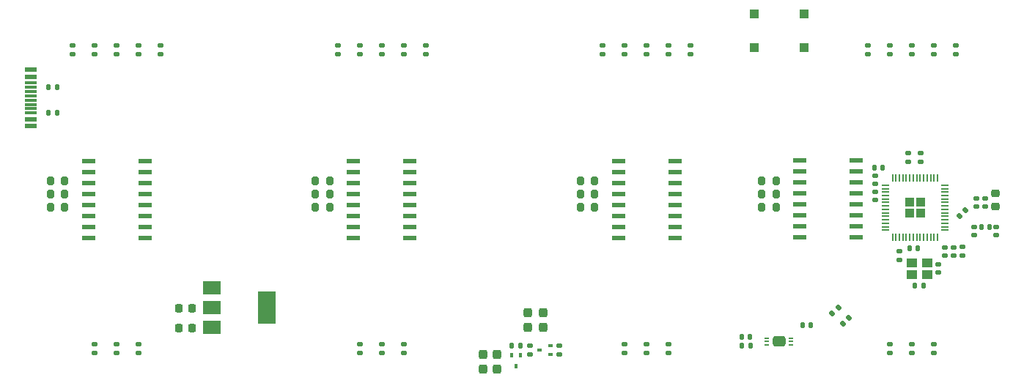
<source format=gbr>
%TF.GenerationSoftware,KiCad,Pcbnew,(6.0.9)*%
%TF.CreationDate,2022-12-19T16:18:23-05:00*%
%TF.ProjectId,Digital Clock PCB,44696769-7461-46c2-9043-6c6f636b2050,rev?*%
%TF.SameCoordinates,Original*%
%TF.FileFunction,Paste,Top*%
%TF.FilePolarity,Positive*%
%FSLAX46Y46*%
G04 Gerber Fmt 4.6, Leading zero omitted, Abs format (unit mm)*
G04 Created by KiCad (PCBNEW (6.0.9)) date 2022-12-19 16:18:23*
%MOMM*%
%LPD*%
G01*
G04 APERTURE LIST*
G04 Aperture macros list*
%AMRoundRect*
0 Rectangle with rounded corners*
0 $1 Rounding radius*
0 $2 $3 $4 $5 $6 $7 $8 $9 X,Y pos of 4 corners*
0 Add a 4 corners polygon primitive as box body*
4,1,4,$2,$3,$4,$5,$6,$7,$8,$9,$2,$3,0*
0 Add four circle primitives for the rounded corners*
1,1,$1+$1,$2,$3*
1,1,$1+$1,$4,$5*
1,1,$1+$1,$6,$7*
1,1,$1+$1,$8,$9*
0 Add four rect primitives between the rounded corners*
20,1,$1+$1,$2,$3,$4,$5,0*
20,1,$1+$1,$4,$5,$6,$7,0*
20,1,$1+$1,$6,$7,$8,$9,0*
20,1,$1+$1,$8,$9,$2,$3,0*%
G04 Aperture macros list end*
%ADD10RoundRect,0.237500X0.237500X-0.300000X0.237500X0.300000X-0.237500X0.300000X-0.237500X-0.300000X0*%
%ADD11RoundRect,0.135000X0.185000X-0.135000X0.185000X0.135000X-0.185000X0.135000X-0.185000X-0.135000X0*%
%ADD12RoundRect,0.137500X-0.662500X-0.137500X0.662500X-0.137500X0.662500X0.137500X-0.662500X0.137500X0*%
%ADD13RoundRect,0.140000X0.140000X0.170000X-0.140000X0.170000X-0.140000X-0.170000X0.140000X-0.170000X0*%
%ADD14RoundRect,0.135000X-0.185000X0.135000X-0.185000X-0.135000X0.185000X-0.135000X0.185000X0.135000X0*%
%ADD15R,0.400000X0.510000*%
%ADD16RoundRect,0.200000X-0.200000X-0.275000X0.200000X-0.275000X0.200000X0.275000X-0.200000X0.275000X0*%
%ADD17RoundRect,0.225000X0.225000X0.250000X-0.225000X0.250000X-0.225000X-0.250000X0.225000X-0.250000X0*%
%ADD18R,0.510000X0.400000*%
%ADD19RoundRect,0.140000X0.170000X-0.140000X0.170000X0.140000X-0.170000X0.140000X-0.170000X-0.140000X0*%
%ADD20RoundRect,0.140000X-0.170000X0.140000X-0.170000X-0.140000X0.170000X-0.140000X0.170000X0.140000X0*%
%ADD21RoundRect,0.147500X0.147500X0.172500X-0.147500X0.172500X-0.147500X-0.172500X0.147500X-0.172500X0*%
%ADD22RoundRect,0.220000X0.330000X0.330000X-0.330000X0.330000X-0.330000X-0.330000X0.330000X-0.330000X0*%
%ADD23RoundRect,0.147500X0.017678X-0.226274X0.226274X-0.017678X-0.017678X0.226274X-0.226274X0.017678X0*%
%ADD24RoundRect,0.135000X-0.135000X-0.185000X0.135000X-0.185000X0.135000X0.185000X-0.135000X0.185000X0*%
%ADD25RoundRect,0.140000X-0.140000X-0.170000X0.140000X-0.170000X0.140000X0.170000X-0.140000X0.170000X0*%
%ADD26RoundRect,0.135000X0.035355X-0.226274X0.226274X-0.035355X-0.035355X0.226274X-0.226274X0.035355X0*%
%ADD27R,2.000000X1.500000*%
%ADD28R,2.000000X3.800000*%
%ADD29RoundRect,0.055000X-0.195000X0.055000X-0.195000X-0.055000X0.195000X-0.055000X0.195000X0.055000X0*%
%ADD30RoundRect,0.055000X0.195000X-0.055000X0.195000X0.055000X-0.195000X0.055000X-0.195000X-0.055000X0*%
%ADD31RoundRect,0.300000X-0.450000X0.300000X-0.450000X-0.300000X0.450000X-0.300000X0.450000X0.300000X0*%
%ADD32RoundRect,0.135000X0.135000X0.185000X-0.135000X0.185000X-0.135000X-0.185000X0.135000X-0.185000X0*%
%ADD33RoundRect,0.250000X0.292217X0.292217X-0.292217X0.292217X-0.292217X-0.292217X0.292217X-0.292217X0*%
%ADD34RoundRect,0.050000X0.387500X0.050000X-0.387500X0.050000X-0.387500X-0.050000X0.387500X-0.050000X0*%
%ADD35RoundRect,0.050000X0.050000X0.387500X-0.050000X0.387500X-0.050000X-0.387500X0.050000X-0.387500X0*%
%ADD36R,1.450000X0.600000*%
%ADD37R,1.450000X0.300000*%
%ADD38RoundRect,0.225000X-0.250000X0.225000X-0.250000X-0.225000X0.250000X-0.225000X0.250000X0.225000X0*%
%ADD39R,1.150000X1.000000*%
G04 APERTURE END LIST*
D10*
%TO.C,C21*%
X80365600Y-57758500D03*
X80365600Y-56033500D03*
%TD*%
D11*
%TO.C,R13*%
X63627000Y-21338000D03*
X63627000Y-20318000D03*
%TD*%
%TO.C,R9*%
X89204800Y-56034400D03*
X89204800Y-55014400D03*
%TD*%
D12*
%TO.C,U7*%
X117019000Y-33629600D03*
X117019000Y-34899600D03*
X117019000Y-36169600D03*
X117019000Y-37439600D03*
X117019000Y-38709600D03*
X117019000Y-39979600D03*
X117019000Y-41249600D03*
X117019000Y-42519600D03*
X123519000Y-42519600D03*
X123519000Y-41249600D03*
X123519000Y-39979600D03*
X123519000Y-38709600D03*
X123519000Y-37439600D03*
X123519000Y-36169600D03*
X123519000Y-34899600D03*
X123519000Y-33629600D03*
%TD*%
D11*
%TO.C,R36*%
X135788400Y-44655200D03*
X135788400Y-43635200D03*
%TD*%
D13*
%TO.C,C6*%
X130629600Y-43738800D03*
X129669600Y-43738800D03*
%TD*%
D14*
%TO.C,R30*%
X127381000Y-54862000D03*
X127381000Y-55882000D03*
%TD*%
D15*
%TO.C,Q1*%
X84701000Y-56124000D03*
X83701000Y-56124000D03*
X84201000Y-57414000D03*
%TD*%
D16*
%TO.C,R47*%
X61024000Y-38989000D03*
X62674000Y-38989000D03*
%TD*%
D12*
%TO.C,U1*%
X34850000Y-33655000D03*
X34850000Y-34925000D03*
X34850000Y-36195000D03*
X34850000Y-37465000D03*
X34850000Y-38735000D03*
X34850000Y-40005000D03*
X34850000Y-41275000D03*
X34850000Y-42545000D03*
X41350000Y-42545000D03*
X41350000Y-41275000D03*
X41350000Y-40005000D03*
X41350000Y-38735000D03*
X41350000Y-37465000D03*
X41350000Y-36195000D03*
X41350000Y-34925000D03*
X41350000Y-33655000D03*
%TD*%
D11*
%TO.C,R21*%
X94234000Y-21338000D03*
X94234000Y-20318000D03*
%TD*%
D17*
%TO.C,C18*%
X46799800Y-52959000D03*
X45249800Y-52959000D03*
%TD*%
D12*
%TO.C,U2*%
X65431600Y-33655000D03*
X65431600Y-34925000D03*
X65431600Y-36195000D03*
X65431600Y-37465000D03*
X65431600Y-38735000D03*
X65431600Y-40005000D03*
X65431600Y-41275000D03*
X65431600Y-42545000D03*
X71931600Y-42545000D03*
X71931600Y-41275000D03*
X71931600Y-40005000D03*
X71931600Y-38735000D03*
X71931600Y-37465000D03*
X71931600Y-36195000D03*
X71931600Y-34925000D03*
X71931600Y-33655000D03*
%TD*%
D18*
%TO.C,Q2*%
X88173400Y-56024400D03*
X88173400Y-55024400D03*
X86883400Y-55524400D03*
%TD*%
D14*
%TO.C,R31*%
X129921000Y-54862000D03*
X129921000Y-55882000D03*
%TD*%
D13*
%TO.C,C17*%
X111246800Y-54051200D03*
X110286800Y-54051200D03*
%TD*%
D19*
%TO.C,C12*%
X128473200Y-45105200D03*
X128473200Y-44145200D03*
%TD*%
D11*
%TO.C,R10*%
X85852000Y-56034400D03*
X85852000Y-55014400D03*
%TD*%
%TO.C,R25*%
X101854000Y-21338000D03*
X101854000Y-20318000D03*
%TD*%
D20*
%TO.C,C5*%
X137414000Y-38026400D03*
X137414000Y-38986400D03*
%TD*%
D21*
%TO.C,L1*%
X138915000Y-41275000D03*
X137945000Y-41275000D03*
%TD*%
D16*
%TO.C,R53*%
X91631000Y-38989000D03*
X93281000Y-38989000D03*
%TD*%
D22*
%TO.C,SW1*%
X117454800Y-20593600D03*
X111754800Y-20593600D03*
X117454800Y-16693600D03*
X111754800Y-16693600D03*
%TD*%
D16*
%TO.C,R44*%
X30417000Y-38989000D03*
X32067000Y-38989000D03*
%TD*%
D14*
%TO.C,R14*%
X66167000Y-54862000D03*
X66167000Y-55882000D03*
%TD*%
D11*
%TO.C,R28*%
X127381000Y-21338000D03*
X127381000Y-20318000D03*
%TD*%
%TO.C,R2*%
X33020000Y-21338000D03*
X33020000Y-20318000D03*
%TD*%
%TO.C,R26*%
X104394000Y-21338000D03*
X104394000Y-20318000D03*
%TD*%
D16*
%TO.C,R45*%
X61024000Y-35941000D03*
X62674000Y-35941000D03*
%TD*%
D11*
%TO.C,R12*%
X66167000Y-21338000D03*
X66167000Y-20318000D03*
%TD*%
%TO.C,R6*%
X40640000Y-21338000D03*
X40640000Y-20318000D03*
%TD*%
D14*
%TO.C,R16*%
X71247000Y-54862000D03*
X71247000Y-55882000D03*
%TD*%
D20*
%TO.C,C4*%
X137160000Y-41275000D03*
X137160000Y-42235000D03*
%TD*%
D11*
%TO.C,R17*%
X71247000Y-21338000D03*
X71247000Y-20318000D03*
%TD*%
D23*
%TO.C,L2*%
X135420053Y-40068547D03*
X136105947Y-39382653D03*
%TD*%
D16*
%TO.C,R46*%
X61024000Y-37465000D03*
X62674000Y-37465000D03*
%TD*%
D11*
%TO.C,R37*%
X129489200Y-33782000D03*
X129489200Y-32762000D03*
%TD*%
D19*
%TO.C,C15*%
X125679200Y-36344800D03*
X125679200Y-35384800D03*
%TD*%
%TO.C,C11*%
X130911600Y-33754000D03*
X130911600Y-32794000D03*
%TD*%
D14*
%TO.C,R32*%
X132461000Y-54862000D03*
X132461000Y-55882000D03*
%TD*%
D16*
%TO.C,R50*%
X112586000Y-38989000D03*
X114236000Y-38989000D03*
%TD*%
D11*
%TO.C,R27*%
X99314000Y-21338000D03*
X99314000Y-20318000D03*
%TD*%
D14*
%TO.C,R24*%
X101854000Y-54862000D03*
X101854000Y-55882000D03*
%TD*%
%TO.C,R15*%
X68707000Y-54862000D03*
X68707000Y-55882000D03*
%TD*%
D24*
%TO.C,R54*%
X110284800Y-55067200D03*
X111304800Y-55067200D03*
%TD*%
D14*
%TO.C,R4*%
X38100000Y-54862000D03*
X38100000Y-55882000D03*
%TD*%
D24*
%TO.C,R40*%
X30224000Y-25146000D03*
X31244000Y-25146000D03*
%TD*%
D12*
%TO.C,U6*%
X96064000Y-33655000D03*
X96064000Y-34925000D03*
X96064000Y-36195000D03*
X96064000Y-37465000D03*
X96064000Y-38735000D03*
X96064000Y-40005000D03*
X96064000Y-41275000D03*
X96064000Y-42545000D03*
X102564000Y-42545000D03*
X102564000Y-41275000D03*
X102564000Y-40005000D03*
X102564000Y-38735000D03*
X102564000Y-37465000D03*
X102564000Y-36195000D03*
X102564000Y-34925000D03*
X102564000Y-33655000D03*
%TD*%
D11*
%TO.C,R8*%
X38100000Y-21338000D03*
X38100000Y-20318000D03*
%TD*%
D14*
%TO.C,R3*%
X35560000Y-54862000D03*
X35560000Y-55882000D03*
%TD*%
D10*
%TO.C,C20*%
X87376000Y-52932500D03*
X87376000Y-51207500D03*
%TD*%
D11*
%TO.C,R1*%
X35560000Y-21338000D03*
X35560000Y-20318000D03*
%TD*%
D20*
%TO.C,C1*%
X139700000Y-41275000D03*
X139700000Y-42235000D03*
%TD*%
D25*
%TO.C,C10*%
X130304600Y-48082200D03*
X131264600Y-48082200D03*
%TD*%
D11*
%TO.C,R20*%
X96774000Y-21338000D03*
X96774000Y-20318000D03*
%TD*%
D13*
%TO.C,C13*%
X126565600Y-34493200D03*
X125605600Y-34493200D03*
%TD*%
D26*
%TO.C,R38*%
X121965776Y-52532224D03*
X122687024Y-51810976D03*
%TD*%
D10*
%TO.C,C23*%
X82042000Y-57758500D03*
X82042000Y-56033500D03*
%TD*%
D16*
%TO.C,R42*%
X30417000Y-35941000D03*
X32067000Y-35941000D03*
%TD*%
D14*
%TO.C,R22*%
X96774000Y-54862000D03*
X96774000Y-55882000D03*
%TD*%
D27*
%TO.C,U10*%
X49097800Y-48347600D03*
D28*
X55397800Y-50647600D03*
D27*
X49097800Y-50647600D03*
X49097800Y-52947600D03*
%TD*%
D16*
%TO.C,R48*%
X112586000Y-35941000D03*
X114236000Y-35941000D03*
%TD*%
D29*
%TO.C,PD1*%
X113204800Y-54159200D03*
X113204800Y-54559200D03*
X113204800Y-54959200D03*
D30*
X116004800Y-54959200D03*
X116004800Y-54559200D03*
X116004800Y-54159200D03*
D31*
X114604800Y-54559200D03*
%TD*%
D19*
%TO.C,C8*%
X133756400Y-44625200D03*
X133756400Y-43665200D03*
%TD*%
D20*
%TO.C,C9*%
X133019800Y-45646400D03*
X133019800Y-46606400D03*
%TD*%
D16*
%TO.C,R43*%
X30417000Y-37465000D03*
X32067000Y-37465000D03*
%TD*%
D11*
%TO.C,R7*%
X43180000Y-21338000D03*
X43180000Y-20318000D03*
%TD*%
D32*
%TO.C,R11*%
X84711000Y-54991000D03*
X83691000Y-54991000D03*
%TD*%
D10*
%TO.C,C22*%
X85598000Y-52932500D03*
X85598000Y-51207500D03*
%TD*%
D14*
%TO.C,R5*%
X40640000Y-54862000D03*
X40640000Y-55882000D03*
%TD*%
D11*
%TO.C,R19*%
X68707000Y-21338000D03*
X68707000Y-20318000D03*
%TD*%
D26*
%TO.C,R39*%
X120746576Y-51313024D03*
X121467824Y-50591776D03*
%TD*%
D20*
%TO.C,C14*%
X125679200Y-37213600D03*
X125679200Y-38173600D03*
%TD*%
D16*
%TO.C,R52*%
X91631000Y-37465000D03*
X93281000Y-37465000D03*
%TD*%
D33*
%TO.C,U5*%
X130931000Y-38437500D03*
X129656000Y-39712500D03*
X130931000Y-39712500D03*
X129656000Y-38437500D03*
D34*
X133731000Y-41675000D03*
X133731000Y-41275000D03*
X133731000Y-40875000D03*
X133731000Y-40475000D03*
X133731000Y-40075000D03*
X133731000Y-39675000D03*
X133731000Y-39275000D03*
X133731000Y-38875000D03*
X133731000Y-38475000D03*
X133731000Y-38075000D03*
X133731000Y-37675000D03*
X133731000Y-37275000D03*
X133731000Y-36875000D03*
X133731000Y-36475000D03*
D35*
X132893500Y-35637500D03*
X132493500Y-35637500D03*
X132093500Y-35637500D03*
X131693500Y-35637500D03*
X131293500Y-35637500D03*
X130893500Y-35637500D03*
X130493500Y-35637500D03*
X130093500Y-35637500D03*
X129693500Y-35637500D03*
X129293500Y-35637500D03*
X128893500Y-35637500D03*
X128493500Y-35637500D03*
X128093500Y-35637500D03*
X127693500Y-35637500D03*
D34*
X126856000Y-36475000D03*
X126856000Y-36875000D03*
X126856000Y-37275000D03*
X126856000Y-37675000D03*
X126856000Y-38075000D03*
X126856000Y-38475000D03*
X126856000Y-38875000D03*
X126856000Y-39275000D03*
X126856000Y-39675000D03*
X126856000Y-40075000D03*
X126856000Y-40475000D03*
X126856000Y-40875000D03*
X126856000Y-41275000D03*
X126856000Y-41675000D03*
D35*
X127693500Y-42512500D03*
X128093500Y-42512500D03*
X128493500Y-42512500D03*
X128893500Y-42512500D03*
X129293500Y-42512500D03*
X129693500Y-42512500D03*
X130093500Y-42512500D03*
X130493500Y-42512500D03*
X130893500Y-42512500D03*
X131293500Y-42512500D03*
X131693500Y-42512500D03*
X132093500Y-42512500D03*
X132493500Y-42512500D03*
X132893500Y-42512500D03*
%TD*%
D36*
%TO.C,J1*%
X28149600Y-23140600D03*
X28149600Y-23940600D03*
D37*
X28149600Y-25140600D03*
X28149600Y-26140600D03*
X28149600Y-26640600D03*
X28149600Y-27640600D03*
D36*
X28149600Y-28840600D03*
X28149600Y-29640600D03*
X28149600Y-29640600D03*
X28149600Y-28840600D03*
D37*
X28149600Y-28140600D03*
X28149600Y-27140600D03*
X28149600Y-25640600D03*
X28149600Y-24640600D03*
D36*
X28149600Y-23940600D03*
X28149600Y-23140600D03*
%TD*%
D11*
%TO.C,R35*%
X129921000Y-21338000D03*
X129921000Y-20318000D03*
%TD*%
D14*
%TO.C,R23*%
X99314000Y-54862000D03*
X99314000Y-55882000D03*
%TD*%
D24*
%TO.C,R41*%
X30224000Y-28143200D03*
X31244000Y-28143200D03*
%TD*%
D20*
%TO.C,C3*%
X138379200Y-38026400D03*
X138379200Y-38986400D03*
%TD*%
D16*
%TO.C,R49*%
X112586000Y-37465000D03*
X114236000Y-37465000D03*
%TD*%
D25*
%TO.C,C16*%
X117325200Y-52628800D03*
X118285200Y-52628800D03*
%TD*%
D38*
%TO.C,C2*%
X139598400Y-37413600D03*
X139598400Y-38963600D03*
%TD*%
D39*
%TO.C,Y1*%
X131685000Y-45426400D03*
X129935000Y-45426400D03*
X129935000Y-46826400D03*
X131685000Y-46826400D03*
%TD*%
D11*
%TO.C,R33*%
X132461000Y-21338000D03*
X132461000Y-20318000D03*
%TD*%
%TO.C,R34*%
X135001000Y-21338000D03*
X135001000Y-20318000D03*
%TD*%
D19*
%TO.C,C7*%
X134772400Y-44625200D03*
X134772400Y-43665200D03*
%TD*%
D16*
%TO.C,R51*%
X91631000Y-35941000D03*
X93281000Y-35941000D03*
%TD*%
D17*
%TO.C,C19*%
X46812200Y-50673000D03*
X45262200Y-50673000D03*
%TD*%
D11*
%TO.C,R18*%
X73787000Y-21338000D03*
X73787000Y-20318000D03*
%TD*%
%TO.C,R29*%
X124841000Y-21338000D03*
X124841000Y-20318000D03*
%TD*%
M02*

</source>
